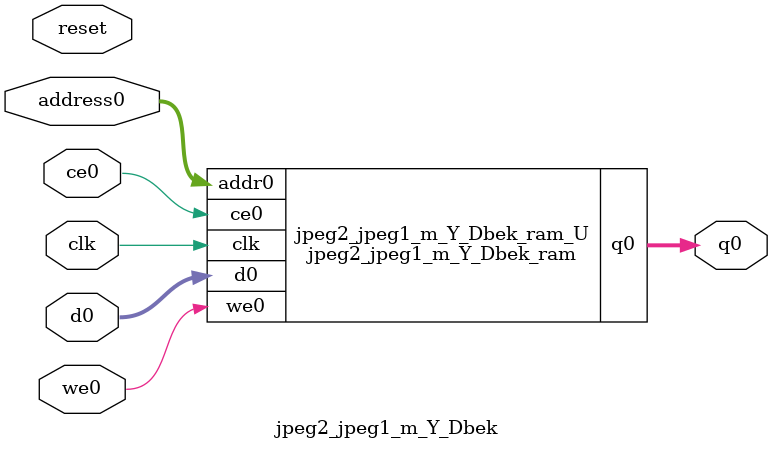
<source format=v>
`timescale 1 ns / 1 ps
module jpeg2_jpeg1_m_Y_Dbek_ram (addr0, ce0, d0, we0, q0,  clk);

parameter DWIDTH = 16;
parameter AWIDTH = 4;
parameter MEM_SIZE = 12;

input[AWIDTH-1:0] addr0;
input ce0;
input[DWIDTH-1:0] d0;
input we0;
output reg[DWIDTH-1:0] q0;
input clk;

(* ram_style = "distributed" *)reg [DWIDTH-1:0] ram[0:MEM_SIZE-1];




always @(posedge clk)  
begin 
    if (ce0) 
    begin
        if (we0) 
        begin 
            ram[addr0] <= d0; 
        end 
        q0 <= ram[addr0];
    end
end


endmodule

`timescale 1 ns / 1 ps
module jpeg2_jpeg1_m_Y_Dbek(
    reset,
    clk,
    address0,
    ce0,
    we0,
    d0,
    q0);

parameter DataWidth = 32'd16;
parameter AddressRange = 32'd12;
parameter AddressWidth = 32'd4;
input reset;
input clk;
input[AddressWidth - 1:0] address0;
input ce0;
input we0;
input[DataWidth - 1:0] d0;
output[DataWidth - 1:0] q0;



jpeg2_jpeg1_m_Y_Dbek_ram jpeg2_jpeg1_m_Y_Dbek_ram_U(
    .clk( clk ),
    .addr0( address0 ),
    .ce0( ce0 ),
    .we0( we0 ),
    .d0( d0 ),
    .q0( q0 ));

endmodule


</source>
